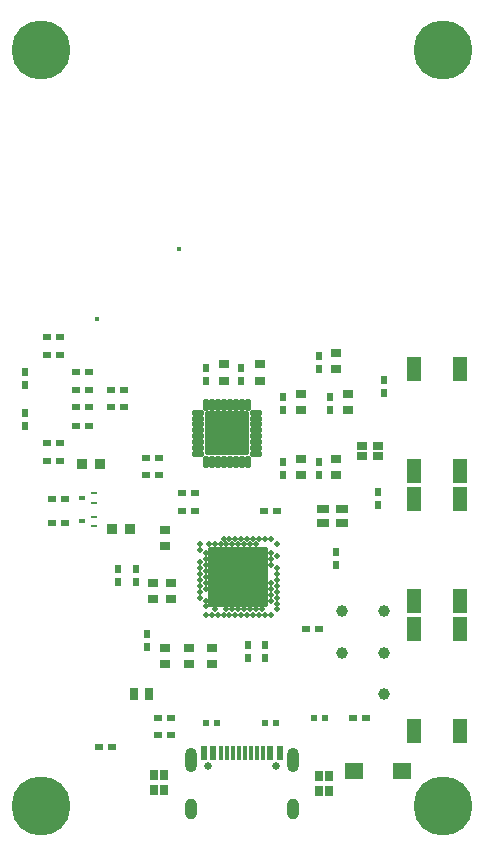
<source format=gts>
G04 #@! TF.GenerationSoftware,KiCad,Pcbnew,9.0.3*
G04 #@! TF.CreationDate,2025-07-25T19:12:18-07:00*
G04 #@! TF.ProjectId,kikard,6b696b61-7264-42e6-9b69-6361645f7063,rev?*
G04 #@! TF.SameCoordinates,Original*
G04 #@! TF.FileFunction,Soldermask,Top*
G04 #@! TF.FilePolarity,Negative*
%FSLAX46Y46*%
G04 Gerber Fmt 4.6, Leading zero omitted, Abs format (unit mm)*
G04 Created by KiCad (PCBNEW 9.0.3) date 2025-07-25 19:12:18*
%MOMM*%
%LPD*%
G01*
G04 APERTURE LIST*
G04 Aperture macros list*
%AMRoundRect*
0 Rectangle with rounded corners*
0 $1 Rounding radius*
0 $2 $3 $4 $5 $6 $7 $8 $9 X,Y pos of 4 corners*
0 Add a 4 corners polygon primitive as box body*
4,1,4,$2,$3,$4,$5,$6,$7,$8,$9,$2,$3,0*
0 Add four circle primitives for the rounded corners*
1,1,$1+$1,$2,$3*
1,1,$1+$1,$4,$5*
1,1,$1+$1,$6,$7*
1,1,$1+$1,$8,$9*
0 Add four rect primitives between the rounded corners*
20,1,$1+$1,$2,$3,$4,$5,0*
20,1,$1+$1,$4,$5,$6,$7,0*
20,1,$1+$1,$6,$7,$8,$9,0*
20,1,$1+$1,$8,$9,$2,$3,0*%
G04 Aperture macros list end*
%ADD10R,0.540000X0.790000*%
%ADD11R,0.790000X0.540000*%
%ADD12R,0.900000X0.800000*%
%ADD13R,0.810000X0.860000*%
%ADD14R,0.490000X0.290000*%
%ADD15R,0.490000X0.430000*%
%ADD16C,5.000000*%
%ADD17R,1.100000X0.800000*%
%ADD18R,0.570000X0.540000*%
%ADD19RoundRect,0.058000X0.464000X0.174000X-0.464000X0.174000X-0.464000X-0.174000X0.464000X-0.174000X0*%
%ADD20RoundRect,0.058000X0.174000X0.464000X-0.174000X0.464000X-0.174000X-0.464000X0.174000X-0.464000X0*%
%ADD21RoundRect,0.102000X1.750000X1.750000X-1.750000X1.750000X-1.750000X-1.750000X1.750000X-1.750000X0*%
%ADD22C,1.000000*%
%ADD23R,0.700000X0.900000*%
%ADD24R,0.860000X0.800000*%
%ADD25R,1.530000X1.360000*%
%ADD26C,0.400000*%
%ADD27R,1.200000X2.000000*%
%ADD28R,0.800000X1.000000*%
%ADD29R,0.850000X0.700000*%
%ADD30C,0.650000*%
%ADD31O,1.000000X2.100000*%
%ADD32O,1.000000X1.800000*%
%ADD33R,0.600000X1.150000*%
%ADD34R,0.300000X1.150000*%
%ADD35RoundRect,0.102000X-2.425000X-2.425000X2.425000X-2.425000X2.425000X2.425000X-2.425000X2.425000X0*%
%ADD36C,0.479000*%
%ADD37C,0.500000*%
%ADD38C,0.250000*%
G04 APERTURE END LIST*
D10*
X150500000Y-119500000D03*
X150500000Y-118400000D03*
D11*
X141900000Y-102500000D03*
X143000000Y-102500000D03*
D12*
X147500000Y-118600000D03*
X147500000Y-120000000D03*
D11*
X133500000Y-102780000D03*
X134600000Y-102780000D03*
D13*
X139000000Y-108500000D03*
X140500000Y-108500000D03*
D12*
X159000000Y-97100000D03*
X159000000Y-98500000D03*
D14*
X137500000Y-108300000D03*
X137500000Y-107500000D03*
D15*
X136440000Y-107900000D03*
D11*
X138900000Y-96750000D03*
X140000000Y-96750000D03*
X144900000Y-107000000D03*
X146000000Y-107000000D03*
D10*
X156500000Y-104000000D03*
X156500000Y-102900000D03*
X141000000Y-111900000D03*
X141000000Y-113000000D03*
D16*
X167000000Y-132000000D03*
D10*
X147000000Y-94900000D03*
X147000000Y-96000000D03*
D17*
X156900000Y-108010000D03*
X158500000Y-108000000D03*
X158500000Y-106850000D03*
X156900000Y-106860000D03*
D11*
X134600000Y-101280000D03*
X133500000Y-101280000D03*
D18*
X156140000Y-124500000D03*
X157000000Y-124500000D03*
D11*
X146000000Y-105500000D03*
X144900000Y-105500000D03*
X144000000Y-124500000D03*
X142900000Y-124500000D03*
D19*
X151185000Y-102185000D03*
X151185000Y-101685000D03*
X151185000Y-101185000D03*
X151185000Y-100685000D03*
X151185000Y-100185000D03*
X151185000Y-99685000D03*
X151185000Y-99185000D03*
X151185000Y-98685000D03*
D20*
X150500000Y-98000000D03*
X150000000Y-98000000D03*
X149500000Y-98000000D03*
X149000000Y-98000000D03*
X148500000Y-98000000D03*
X148000000Y-98000000D03*
X147500000Y-98000000D03*
X147000000Y-98000000D03*
D19*
X146315000Y-98685000D03*
X146315000Y-99185000D03*
X146315000Y-99685000D03*
X146315000Y-100185000D03*
X146315000Y-100685000D03*
X146315000Y-101185000D03*
X146315000Y-101685000D03*
X146315000Y-102185000D03*
D20*
X147000000Y-102870000D03*
X147500000Y-102870000D03*
X148000000Y-102870000D03*
X148500000Y-102870000D03*
X149000000Y-102870000D03*
X149500000Y-102870000D03*
X150000000Y-102870000D03*
X150500000Y-102870000D03*
D21*
X148750000Y-100435000D03*
D10*
X157500000Y-97400000D03*
X157500000Y-98500000D03*
D22*
X158500000Y-119000000D03*
D23*
X142550000Y-129350000D03*
X142550000Y-130650000D03*
X143450000Y-129350000D03*
X143450000Y-130650000D03*
D10*
X149950000Y-94900000D03*
X149950000Y-96000000D03*
D24*
X142500000Y-114500000D03*
X142500000Y-113100000D03*
D10*
X139500000Y-111900000D03*
X139500000Y-113000000D03*
D22*
X162000000Y-122500000D03*
D11*
X134600000Y-92280000D03*
X133500000Y-92280000D03*
D23*
X156500000Y-129430000D03*
X156500000Y-130730000D03*
X157400000Y-129430000D03*
X157400000Y-130730000D03*
D11*
X144000000Y-126000000D03*
X142900000Y-126000000D03*
X156500000Y-117000000D03*
X155400000Y-117000000D03*
X136000000Y-99780000D03*
X137100000Y-99780000D03*
D25*
X159460000Y-129000000D03*
X163540000Y-129000000D03*
D11*
X153000000Y-107000000D03*
X151900000Y-107000000D03*
D26*
X137700000Y-90800000D03*
X144700000Y-84800000D03*
D10*
X153500000Y-97400000D03*
X153500000Y-98500000D03*
D16*
X133000000Y-68000000D03*
D27*
X164550000Y-114600000D03*
X164550000Y-106000000D03*
X168450000Y-114600000D03*
X168450000Y-106000000D03*
D22*
X158500000Y-115500000D03*
D18*
X152000000Y-125000000D03*
X152860000Y-125000000D03*
D10*
X156500000Y-93900000D03*
X156500000Y-95000000D03*
D28*
X142100000Y-122500000D03*
X140900000Y-122500000D03*
D27*
X164550000Y-125600000D03*
X164550000Y-117000000D03*
X168450000Y-125600000D03*
X168450000Y-117000000D03*
D24*
X144000000Y-113100000D03*
X144000000Y-114500000D03*
D18*
X147860000Y-125000000D03*
X147000000Y-125000000D03*
D12*
X158000000Y-93600000D03*
X158000000Y-95000000D03*
D29*
X160200000Y-102400000D03*
X161500000Y-102400000D03*
X161500000Y-101500000D03*
X160200000Y-101500000D03*
D30*
X147110000Y-128615000D03*
X152890000Y-128615000D03*
D31*
X145680000Y-128115000D03*
X154320000Y-128115000D03*
D32*
X145680000Y-132265000D03*
X154320000Y-132265000D03*
D33*
X146800000Y-127545000D03*
X147600000Y-127545000D03*
D34*
X148750000Y-127545000D03*
X149750000Y-127545000D03*
X150250000Y-127545000D03*
X151250000Y-127545000D03*
D33*
X153200000Y-127545000D03*
X152400000Y-127545000D03*
D34*
X151750000Y-127545000D03*
X150750000Y-127545000D03*
X149250000Y-127545000D03*
X148250000Y-127545000D03*
D11*
X138900000Y-98250000D03*
X140000000Y-98250000D03*
D12*
X143500000Y-108600000D03*
X143500000Y-110000000D03*
D22*
X162000000Y-119000000D03*
D10*
X142000000Y-117400000D03*
X142000000Y-118500000D03*
X162000000Y-95900000D03*
X162000000Y-97000000D03*
D16*
X167000000Y-68000000D03*
D11*
X136000000Y-98250000D03*
X137100000Y-98250000D03*
X159450000Y-124500000D03*
X160550000Y-124500000D03*
D27*
X164550000Y-103600000D03*
X164550000Y-95000000D03*
X168450000Y-103600000D03*
X168450000Y-95000000D03*
D14*
X137500000Y-106300000D03*
X137500000Y-105500000D03*
D15*
X136440000Y-105900000D03*
D11*
X133900000Y-108000000D03*
X135000000Y-108000000D03*
D12*
X148500000Y-94600000D03*
X148500000Y-96000000D03*
D22*
X162000000Y-115500000D03*
D10*
X152000000Y-119500000D03*
X152000000Y-118400000D03*
D12*
X143500000Y-120000000D03*
X143500000Y-118600000D03*
D11*
X141900000Y-104000000D03*
X143000000Y-104000000D03*
D12*
X158000000Y-104000000D03*
X158000000Y-102600000D03*
D13*
X136500000Y-103000000D03*
X138000000Y-103000000D03*
D10*
X131600000Y-95230000D03*
X131600000Y-96330000D03*
D12*
X155000000Y-97100000D03*
X155000000Y-98500000D03*
D11*
X137900000Y-127000000D03*
X139000000Y-127000000D03*
D10*
X131600000Y-98680000D03*
X131600000Y-99780000D03*
D11*
X133900000Y-106000000D03*
X135000000Y-106000000D03*
X134600000Y-93780000D03*
X133500000Y-93780000D03*
D10*
X153500000Y-104000000D03*
X153500000Y-102900000D03*
D12*
X155000000Y-104000000D03*
X155000000Y-102600000D03*
X145500000Y-120000000D03*
X145500000Y-118600000D03*
D10*
X161500000Y-106500000D03*
X161500000Y-105400000D03*
D12*
X151500000Y-94600000D03*
X151500000Y-96000000D03*
D11*
X137100000Y-96750000D03*
X136000000Y-96750000D03*
D10*
X158000000Y-110450000D03*
X158000000Y-111550000D03*
D11*
X136000000Y-95280000D03*
X137100000Y-95280000D03*
D35*
X149700000Y-112600000D03*
D36*
X148450000Y-109350000D03*
X148950000Y-109350000D03*
X149450000Y-109350000D03*
X149950000Y-109350000D03*
X150450000Y-109350000D03*
X150950000Y-109350000D03*
X151450000Y-109350000D03*
X151950000Y-109350000D03*
X152450000Y-109350000D03*
X152950000Y-114850000D03*
X146950000Y-115100000D03*
X147700000Y-115350000D03*
X148700000Y-115350000D03*
X149200000Y-115350000D03*
X149700000Y-115350000D03*
X150200000Y-115350000D03*
X150700000Y-115350000D03*
X151200000Y-115350000D03*
X151700000Y-115350000D03*
X152950000Y-115350000D03*
X146950000Y-115850000D03*
X147450000Y-115850000D03*
X147950000Y-115850000D03*
X148450000Y-115850000D03*
X148950000Y-115850000D03*
X149450000Y-115850000D03*
X149950000Y-115850000D03*
X150450000Y-115850000D03*
X150950000Y-115850000D03*
X151450000Y-115850000D03*
X151950000Y-115850000D03*
X152450000Y-115850000D03*
X146450000Y-109850000D03*
X147200000Y-109850000D03*
X147700000Y-109850000D03*
X148200000Y-109850000D03*
X148700000Y-109850000D03*
X149200000Y-109850000D03*
X149700000Y-109850000D03*
X150200000Y-109850000D03*
X150700000Y-109850000D03*
X151200000Y-109850000D03*
X152950000Y-109850000D03*
X146450000Y-110350000D03*
X146950000Y-110600000D03*
X152450000Y-110600000D03*
X152950000Y-110850000D03*
X146950000Y-111100000D03*
X152450000Y-111100000D03*
X146450000Y-111350000D03*
X146950000Y-111600000D03*
X152450000Y-111600000D03*
X146450000Y-111850000D03*
X152950000Y-111850000D03*
X146950000Y-112100000D03*
X146450000Y-112350000D03*
X152950000Y-112350000D03*
X146950000Y-112600000D03*
X146450000Y-112850000D03*
X152950000Y-112850000D03*
X146950000Y-113100000D03*
X152450000Y-113100000D03*
X146450000Y-113350000D03*
X152950000Y-113350000D03*
X146950000Y-113600000D03*
X152450000Y-113600000D03*
X146450000Y-113850000D03*
X152950000Y-113850000D03*
X152450000Y-114100000D03*
X146450000Y-114350000D03*
X152950000Y-114350000D03*
X146950000Y-114600000D03*
X152450000Y-114600000D03*
D16*
X133000000Y-132000000D03*
D37*
X161500000Y-101500000D03*
X160200000Y-102400000D03*
D38*
X148200000Y-109850000D03*
X147700000Y-115350000D03*
X146950000Y-111100000D03*
X152450000Y-110600000D03*
X146450000Y-110350000D03*
X152450000Y-111600000D03*
X149700000Y-115350000D03*
X148450000Y-115850000D03*
X146450000Y-112850000D03*
X152450000Y-113600000D03*
X152450000Y-113100000D03*
X151700000Y-115350000D03*
X150700000Y-115350000D03*
X149200000Y-115350000D03*
X148700000Y-115350000D03*
X151200000Y-115350000D03*
M02*

</source>
